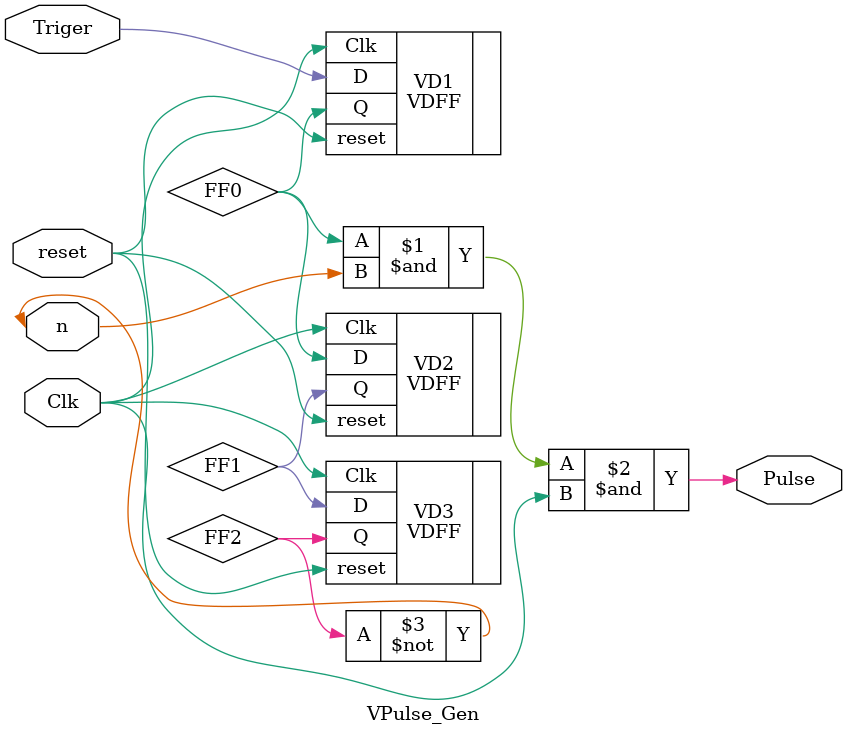
<source format=v>
module VPulse_Gen(Clk,Triger,n,Pulse,reset);
  input Clk,Triger;
  input reset,n;
  output Pulse;
  wire FF0,FF2,FF1;
  
VDFF VD1 (
    .D(Triger), 
    .Clk(Clk), 
    .reset(reset), 
    .Q(FF0)
    );

VDFF VD2 (
    .D(FF0), 
    .Clk(Clk), 
    .reset(reset), 
    .Q(FF1)
    );


VDFF VD3 (
    .D(FF1), 
    .Clk(Clk), 
    .reset(reset), 
    .Q(FF2)
    );

not n1(n,FF2);
and a1(Pulse,FF0,n,Clk);
endmodule
</source>
